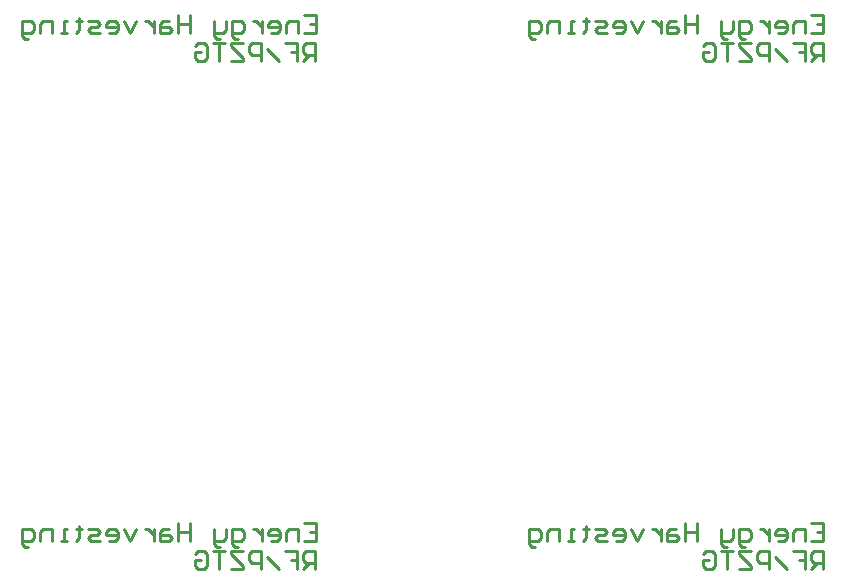
<source format=gbo>
%MOIN*%
%OFA0B0*%
%FSLAX25Y25*%
%IPPOS*%
%LPD*%
%ADD11C,0.01*%
%ADD22C,0.01*%
%ADD23C,0.01*%
%ADD24C,0.01*%
G01*
G75*
D11*
X0119210Y0362342D02*
X0123208Y0362342D01*
X0123208Y0356345D01*
X0119210Y0356345D01*
X0123208Y0359344D02*
X0121210Y0359344D01*
X0117211Y0356345D02*
X0117211Y0360344D01*
X0114212Y0360344D01*
X0113212Y0359344D01*
X0113212Y0356345D01*
X0108214Y0356345D02*
X0110213Y0356345D01*
X0111213Y0357345D01*
X0111213Y0359344D01*
X0110213Y0360344D01*
X0108214Y0360344D01*
X0107214Y0359344D01*
X0107214Y0358345D01*
X0111213Y0358345D01*
X0105214Y0360344D02*
X0105214Y0356345D01*
X0105214Y0358345D01*
X0104214Y0359344D01*
X0103214Y0360344D01*
X0102216Y0360344D01*
X0097217Y0354346D02*
X0096218Y0354346D01*
X0095218Y0355346D01*
X0095218Y0360344D01*
X0098217Y0360344D01*
X0099217Y0359344D01*
X0099217Y0357345D01*
X0098217Y0356345D01*
X0095218Y0356345D01*
X0093219Y0360344D02*
X0093219Y0357345D01*
X0092219Y0356345D01*
X0089220Y0356345D01*
X0089220Y0355346D01*
X0090220Y0354346D01*
X0091219Y0354346D01*
X0089220Y0356345D02*
X0089220Y0360344D01*
X0081222Y0362342D02*
X0081222Y0356345D01*
X0081222Y0359344D01*
X0077223Y0359344D01*
X0077223Y0362342D01*
X0077223Y0356345D01*
X0074225Y0360344D02*
X0072225Y0360344D01*
X0071226Y0359344D01*
X0071226Y0356345D01*
X0074225Y0356345D01*
X0075225Y0357345D01*
X0074225Y0358345D01*
X0071226Y0358345D01*
X0069226Y0360344D02*
X0069226Y0356345D01*
X0069226Y0358345D01*
X0068227Y0359344D01*
X0067227Y0360344D01*
X0066227Y0360344D01*
X0063227Y0360344D02*
X0061229Y0356345D01*
X0059230Y0360344D01*
X0054230Y0356345D02*
X0056231Y0356345D01*
X0057230Y0357345D01*
X0057230Y0359344D01*
X0056231Y0360344D01*
X0054230Y0360344D01*
X0053232Y0359344D01*
X0053232Y0358345D01*
X0057230Y0358345D01*
X0051232Y0356345D02*
X0048233Y0356345D01*
X0047234Y0357345D01*
X0048233Y0358345D01*
X0050232Y0358345D01*
X0051232Y0359344D01*
X0050232Y0360344D01*
X0047234Y0360344D01*
X0044234Y0361344D02*
X0044234Y0360344D01*
X0045234Y0360344D01*
X0043235Y0360344D01*
X0044234Y0360344D01*
X0044234Y0357345D01*
X0043235Y0356345D01*
X0040236Y0356345D02*
X0038236Y0356345D01*
X0039236Y0356345D01*
X0039236Y0360344D01*
X0040236Y0360344D01*
X0035237Y0356345D02*
X0035237Y0360344D01*
X0032238Y0360344D01*
X0031239Y0359344D01*
X0031239Y0356345D01*
X0027239Y0354346D02*
X0026240Y0354346D01*
X0025241Y0355346D01*
X0025241Y0360344D01*
X0028240Y0360344D01*
X0029239Y0359344D01*
X0029239Y0357345D01*
X0028240Y0356345D01*
X0025241Y0356345D01*
X0123015Y0347063D02*
X0123015Y0353061D01*
X0120017Y0353061D01*
X0119017Y0352061D01*
X0119017Y0350062D01*
X0120017Y0349062D01*
X0123015Y0349062D01*
X0121015Y0349062D02*
X0119017Y0347063D01*
X0113019Y0353061D02*
X0117018Y0353061D01*
X0117018Y0350062D01*
X0115018Y0350062D01*
X0117018Y0350062D01*
X0117018Y0347063D01*
X0111020Y0347063D02*
X0107021Y0351061D01*
X0105022Y0347063D02*
X0105022Y0353061D01*
X0102023Y0353061D01*
X0101023Y0352061D01*
X0101023Y0350062D01*
X0102023Y0349062D01*
X0105022Y0349062D01*
X0099023Y0353061D02*
X0095025Y0353061D01*
X0095025Y0352061D01*
X0099023Y0348062D01*
X0099023Y0347063D01*
X0095025Y0347063D01*
X0093024Y0353061D02*
X0089027Y0353061D01*
X0091026Y0353061D01*
X0091026Y0347063D01*
X0083029Y0352061D02*
X0084026Y0353061D01*
X0086028Y0353061D01*
X0087027Y0352061D01*
X0087027Y0348062D01*
X0086028Y0347063D01*
X0084026Y0347063D01*
X0083029Y0348062D01*
X0083029Y0350062D01*
X0085028Y0350062D01*
G04 next file*
G04*
G04 #@! TF.GenerationSoftware,Altium Limited,Altium Designer,21.7.2 (23)*
G04*
G04 Layer_Color=32896*
G04 skipping 70
G04*
G04 #@! TF.SameCoordinates,4C6A6D40-5D94-4475-8A21-F7F3A9D7BEC8*
G04*
G04*
G04 #@! TF.FilePolarity,Positive*
G04*
G01*
G75*
D22*
X0288501Y0362342D02*
X0292500Y0362342D01*
X0292500Y0356345D01*
X0288501Y0356345D01*
X0292500Y0359344D02*
X0290501Y0359344D01*
X0286502Y0356345D02*
X0286502Y0360344D01*
X0283503Y0360344D01*
X0282503Y0359344D01*
X0282503Y0356345D01*
X0277505Y0356345D02*
X0279504Y0356345D01*
X0280504Y0357345D01*
X0280504Y0359344D01*
X0279504Y0360344D01*
X0277505Y0360344D01*
X0276505Y0359344D01*
X0276505Y0358345D01*
X0280504Y0358345D01*
X0274506Y0360344D02*
X0274506Y0356345D01*
X0274506Y0358345D01*
X0273506Y0359344D01*
X0272506Y0360344D01*
X0271506Y0360344D01*
X0266508Y0354346D02*
X0265509Y0354346D01*
X0264509Y0355346D01*
X0264509Y0360344D01*
X0267508Y0360344D01*
X0268508Y0359344D01*
X0268508Y0357345D01*
X0267508Y0356345D01*
X0264509Y0356345D01*
X0262510Y0360344D02*
X0262510Y0357345D01*
X0261510Y0356345D01*
X0258510Y0356345D01*
X0258510Y0355346D01*
X0259510Y0354346D01*
X0260510Y0354346D01*
X0258510Y0356345D02*
X0258510Y0360344D01*
X0250513Y0362342D02*
X0250513Y0356345D01*
X0250513Y0359344D01*
X0246515Y0359344D01*
X0246515Y0362342D01*
X0246515Y0356345D01*
X0243516Y0360344D02*
X0241516Y0360344D01*
X0240517Y0359344D01*
X0240517Y0356345D01*
X0243516Y0356345D01*
X0244516Y0357345D01*
X0243516Y0358345D01*
X0240517Y0358345D01*
X0238517Y0360344D02*
X0238517Y0356345D01*
X0238517Y0358345D01*
X0237517Y0359344D01*
X0236518Y0360344D01*
X0235517Y0360344D01*
X0232519Y0360344D02*
X0230520Y0356345D01*
X0228521Y0360344D01*
X0223522Y0356345D02*
X0225522Y0356345D01*
X0226521Y0357345D01*
X0226521Y0359344D01*
X0225522Y0360344D01*
X0223522Y0360344D01*
X0222522Y0359344D01*
X0222522Y0358345D01*
X0226521Y0358345D01*
X0220522Y0356345D02*
X0217524Y0356345D01*
X0216525Y0357345D01*
X0217524Y0358345D01*
X0219523Y0358345D01*
X0220522Y0359344D01*
X0219523Y0360344D01*
X0216525Y0360344D01*
X0213525Y0361344D02*
X0213525Y0360344D01*
X0214525Y0360344D01*
X0212526Y0360344D01*
X0213525Y0360344D01*
X0213525Y0357345D01*
X0212526Y0356345D01*
X0209527Y0356345D02*
X0207527Y0356345D01*
X0208527Y0356345D01*
X0208527Y0360344D01*
X0209527Y0360344D01*
X0204528Y0356345D02*
X0204528Y0360344D01*
X0201528Y0360344D01*
X0200530Y0359344D01*
X0200530Y0356345D01*
X0196531Y0354346D02*
X0195531Y0354346D01*
X0194532Y0355346D01*
X0194532Y0360344D01*
X0197531Y0360344D01*
X0198530Y0359344D01*
X0198530Y0357345D01*
X0197531Y0356345D01*
X0194532Y0356345D01*
X0292307Y0347063D02*
X0292307Y0353061D01*
X0289308Y0353061D01*
X0288308Y0352061D01*
X0288308Y0350062D01*
X0289308Y0349062D01*
X0292307Y0349062D01*
X0290307Y0349062D02*
X0288308Y0347063D01*
X0282310Y0353061D02*
X0286309Y0353061D01*
X0286309Y0350062D01*
X0284309Y0350062D01*
X0286309Y0350062D01*
X0286309Y0347063D01*
X0280311Y0347063D02*
X0276312Y0351061D01*
X0274313Y0347063D02*
X0274313Y0353061D01*
X0271313Y0353061D01*
X0270313Y0352061D01*
X0270313Y0350062D01*
X0271313Y0349062D01*
X0274313Y0349062D01*
X0268314Y0353061D02*
X0264316Y0353061D01*
X0264316Y0352061D01*
X0268314Y0348062D01*
X0268314Y0347063D01*
X0264316Y0347063D01*
X0262316Y0353061D02*
X0258318Y0353061D01*
X0260316Y0353061D01*
X0260316Y0347063D01*
X0252320Y0352061D02*
X0253318Y0353061D01*
X0255318Y0353061D01*
X0256318Y0352061D01*
X0256318Y0348062D01*
X0255318Y0347063D01*
X0253318Y0347063D01*
X0252320Y0348062D01*
X0252320Y0350062D01*
X0254319Y0350062D01*
G04 next file*
G04*
G04 #@! TF.GenerationSoftware,Altium Limited,Altium Designer,21.7.2 (23)*
G04*
G04 Layer_Color=32896*
G04 skipping 70
G04*
G04 #@! TF.SameCoordinates,4C6A6D40-5D94-4475-8A21-F7F3A9D7BEC8*
G04*
G04*
G04 #@! TF.FilePolarity,Positive*
G04*
G01*
G75*
D23*
X0119210Y0193052D02*
X0123208Y0193052D01*
X0123208Y0187054D01*
X0119210Y0187054D01*
X0123208Y0190053D02*
X0121210Y0190053D01*
X0117211Y0187054D02*
X0117211Y0191053D01*
X0114212Y0191053D01*
X0113212Y0190053D01*
X0113212Y0187054D01*
X0108214Y0187054D02*
X0110213Y0187054D01*
X0111213Y0188054D01*
X0111213Y0190053D01*
X0110213Y0191053D01*
X0108214Y0191053D01*
X0107214Y0190053D01*
X0107214Y0189054D01*
X0111213Y0189054D01*
X0105214Y0191053D02*
X0105214Y0187054D01*
X0105214Y0189054D01*
X0104214Y0190053D01*
X0103214Y0191053D01*
X0102216Y0191053D01*
X0097217Y0185055D02*
X0096218Y0185055D01*
X0095218Y0186055D01*
X0095218Y0191053D01*
X0098217Y0191053D01*
X0099217Y0190053D01*
X0099217Y0188054D01*
X0098217Y0187054D01*
X0095218Y0187054D01*
X0093219Y0191053D02*
X0093219Y0188054D01*
X0092219Y0187054D01*
X0089220Y0187054D01*
X0089220Y0186055D01*
X0090220Y0185055D01*
X0091219Y0185055D01*
X0089220Y0187054D02*
X0089220Y0191053D01*
X0081222Y0193052D02*
X0081222Y0187054D01*
X0081222Y0190053D01*
X0077223Y0190053D01*
X0077223Y0193052D01*
X0077223Y0187054D01*
X0074225Y0191053D02*
X0072225Y0191053D01*
X0071226Y0190053D01*
X0071226Y0187054D01*
X0074225Y0187054D01*
X0075225Y0188054D01*
X0074225Y0189054D01*
X0071226Y0189054D01*
X0069226Y0191053D02*
X0069226Y0187054D01*
X0069226Y0189054D01*
X0068227Y0190053D01*
X0067227Y0191053D01*
X0066227Y0191053D01*
X0063227Y0191053D02*
X0061229Y0187054D01*
X0059230Y0191053D01*
X0054230Y0187054D02*
X0056231Y0187054D01*
X0057230Y0188054D01*
X0057230Y0190053D01*
X0056231Y0191053D01*
X0054230Y0191053D01*
X0053232Y0190053D01*
X0053232Y0189054D01*
X0057230Y0189054D01*
X0051232Y0187054D02*
X0048233Y0187054D01*
X0047234Y0188054D01*
X0048233Y0189054D01*
X0050232Y0189054D01*
X0051232Y0190053D01*
X0050232Y0191053D01*
X0047234Y0191053D01*
X0044234Y0192053D02*
X0044234Y0191053D01*
X0045234Y0191053D01*
X0043235Y0191053D01*
X0044234Y0191053D01*
X0044234Y0188054D01*
X0043235Y0187054D01*
X0040236Y0187054D02*
X0038236Y0187054D01*
X0039236Y0187054D01*
X0039236Y0191053D01*
X0040236Y0191053D01*
X0035237Y0187054D02*
X0035237Y0191053D01*
X0032238Y0191053D01*
X0031239Y0190053D01*
X0031239Y0187054D01*
X0027239Y0185055D02*
X0026240Y0185055D01*
X0025241Y0186055D01*
X0025241Y0191053D01*
X0028240Y0191053D01*
X0029239Y0190053D01*
X0029239Y0188054D01*
X0028240Y0187054D01*
X0025241Y0187054D01*
X0123015Y0177772D02*
X0123015Y0183770D01*
X0120017Y0183770D01*
X0119017Y0182770D01*
X0119017Y0180771D01*
X0120017Y0179771D01*
X0123015Y0179771D01*
X0121015Y0179771D02*
X0119017Y0177772D01*
X0113019Y0183770D02*
X0117018Y0183770D01*
X0117018Y0180771D01*
X0115018Y0180771D01*
X0117018Y0180771D01*
X0117018Y0177772D01*
X0111020Y0177772D02*
X0107021Y0181770D01*
X0105022Y0177772D02*
X0105022Y0183770D01*
X0102023Y0183770D01*
X0101023Y0182770D01*
X0101023Y0180771D01*
X0102023Y0179771D01*
X0105022Y0179771D01*
X0099023Y0183770D02*
X0095025Y0183770D01*
X0095025Y0182770D01*
X0099023Y0178771D01*
X0099023Y0177772D01*
X0095025Y0177772D01*
X0093024Y0183770D02*
X0089027Y0183770D01*
X0091026Y0183770D01*
X0091026Y0177772D01*
X0083029Y0182770D02*
X0084026Y0183770D01*
X0086028Y0183770D01*
X0087027Y0182770D01*
X0087027Y0178771D01*
X0086028Y0177772D01*
X0084026Y0177772D01*
X0083029Y0178771D01*
X0083029Y0180771D01*
X0085028Y0180771D01*
G04 next file*
G04*
G04 #@! TF.GenerationSoftware,Altium Limited,Altium Designer,21.7.2 (23)*
G04*
G04 Layer_Color=32896*
G04 skipping 70
G04*
G04 #@! TF.SameCoordinates,4C6A6D40-5D94-4475-8A21-F7F3A9D7BEC8*
G04*
G04*
G04 #@! TF.FilePolarity,Positive*
G04*
G01*
G75*
D24*
X0288501Y0193052D02*
X0292500Y0193052D01*
X0292500Y0187054D01*
X0288501Y0187054D01*
X0292500Y0190053D02*
X0290501Y0190053D01*
X0286502Y0187054D02*
X0286502Y0191053D01*
X0283503Y0191053D01*
X0282503Y0190053D01*
X0282503Y0187054D01*
X0277505Y0187054D02*
X0279504Y0187054D01*
X0280504Y0188054D01*
X0280504Y0190053D01*
X0279504Y0191053D01*
X0277505Y0191053D01*
X0276505Y0190053D01*
X0276505Y0189054D01*
X0280504Y0189054D01*
X0274506Y0191053D02*
X0274506Y0187054D01*
X0274506Y0189054D01*
X0273506Y0190053D01*
X0272506Y0191053D01*
X0271506Y0191053D01*
X0266508Y0185055D02*
X0265509Y0185055D01*
X0264509Y0186055D01*
X0264509Y0191053D01*
X0267508Y0191053D01*
X0268508Y0190053D01*
X0268508Y0188054D01*
X0267508Y0187054D01*
X0264509Y0187054D01*
X0262510Y0191053D02*
X0262510Y0188054D01*
X0261510Y0187054D01*
X0258510Y0187054D01*
X0258510Y0186055D01*
X0259510Y0185055D01*
X0260510Y0185055D01*
X0258510Y0187054D02*
X0258510Y0191053D01*
X0250513Y0193052D02*
X0250513Y0187054D01*
X0250513Y0190053D01*
X0246515Y0190053D01*
X0246515Y0193052D01*
X0246515Y0187054D01*
X0243516Y0191053D02*
X0241516Y0191053D01*
X0240517Y0190053D01*
X0240517Y0187054D01*
X0243516Y0187054D01*
X0244516Y0188054D01*
X0243516Y0189054D01*
X0240517Y0189054D01*
X0238517Y0191053D02*
X0238517Y0187054D01*
X0238517Y0189054D01*
X0237517Y0190053D01*
X0236518Y0191053D01*
X0235517Y0191053D01*
X0232519Y0191053D02*
X0230520Y0187054D01*
X0228521Y0191053D01*
X0223522Y0187054D02*
X0225522Y0187054D01*
X0226521Y0188054D01*
X0226521Y0190053D01*
X0225522Y0191053D01*
X0223522Y0191053D01*
X0222522Y0190053D01*
X0222522Y0189054D01*
X0226521Y0189054D01*
X0220522Y0187054D02*
X0217524Y0187054D01*
X0216525Y0188054D01*
X0217524Y0189054D01*
X0219523Y0189054D01*
X0220522Y0190053D01*
X0219523Y0191053D01*
X0216525Y0191053D01*
X0213525Y0192053D02*
X0213525Y0191053D01*
X0214525Y0191053D01*
X0212526Y0191053D01*
X0213525Y0191053D01*
X0213525Y0188054D01*
X0212526Y0187054D01*
X0209527Y0187054D02*
X0207527Y0187054D01*
X0208527Y0187054D01*
X0208527Y0191053D01*
X0209527Y0191053D01*
X0204528Y0187054D02*
X0204528Y0191053D01*
X0201528Y0191053D01*
X0200530Y0190053D01*
X0200530Y0187054D01*
X0196531Y0185055D02*
X0195531Y0185055D01*
X0194532Y0186055D01*
X0194532Y0191053D01*
X0197531Y0191053D01*
X0198530Y0190053D01*
X0198530Y0188054D01*
X0197531Y0187054D01*
X0194532Y0187054D01*
X0292307Y0177772D02*
X0292307Y0183770D01*
X0289308Y0183770D01*
X0288308Y0182770D01*
X0288308Y0180771D01*
X0289308Y0179771D01*
X0292307Y0179771D01*
X0290307Y0179771D02*
X0288308Y0177772D01*
X0282310Y0183770D02*
X0286309Y0183770D01*
X0286309Y0180771D01*
X0284309Y0180771D01*
X0286309Y0180771D01*
X0286309Y0177772D01*
X0280311Y0177772D02*
X0276312Y0181770D01*
X0274313Y0177772D02*
X0274313Y0183770D01*
X0271313Y0183770D01*
X0270313Y0182770D01*
X0270313Y0180771D01*
X0271313Y0179771D01*
X0274313Y0179771D01*
X0268314Y0183770D02*
X0264316Y0183770D01*
X0264316Y0182770D01*
X0268314Y0178771D01*
X0268314Y0177772D01*
X0264316Y0177772D01*
X0262316Y0183770D02*
X0258318Y0183770D01*
X0260316Y0183770D01*
X0260316Y0177772D01*
X0252320Y0182770D02*
X0253318Y0183770D01*
X0255318Y0183770D01*
X0256318Y0182770D01*
X0256318Y0178771D01*
X0255318Y0177772D01*
X0253318Y0177772D01*
X0252320Y0178771D01*
X0252320Y0180771D01*
X0254319Y0180771D01*
M02*
</source>
